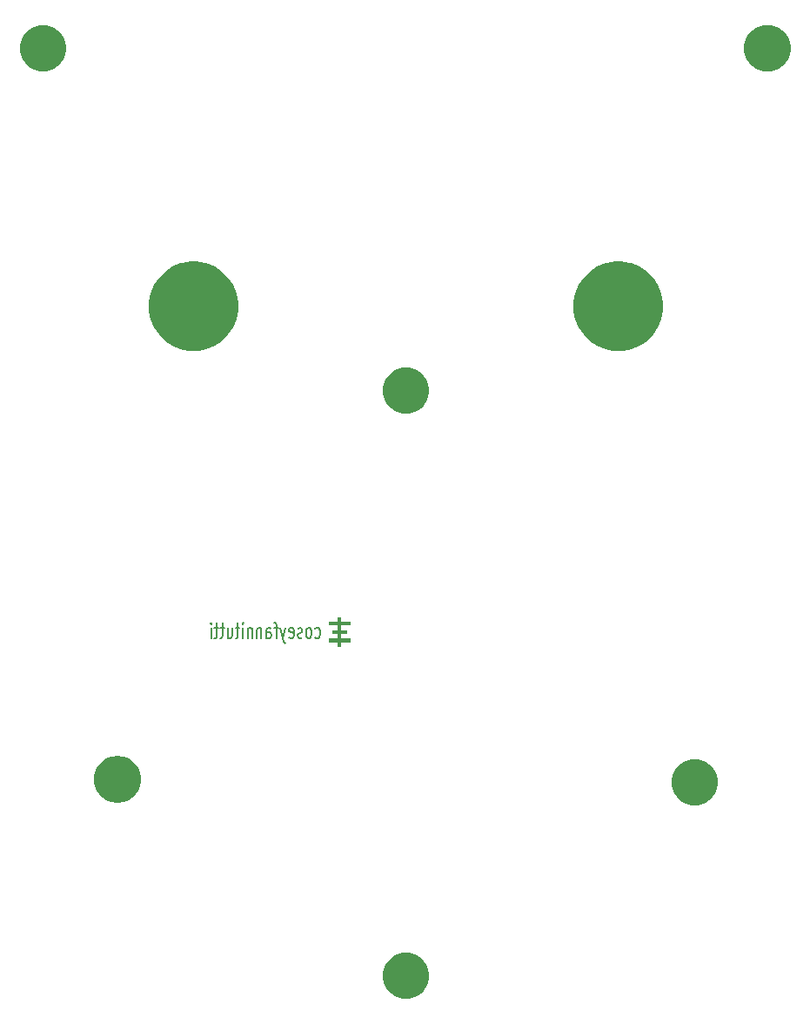
<source format=gbr>
G04 #@! TF.GenerationSoftware,KiCad,Pcbnew,(5.0.0)*
G04 #@! TF.CreationDate,2019-08-26T00:43:06-04:00*
G04 #@! TF.ProjectId,discipad-bottom-pcb,64697363697061642D626F74746F6D2D,rev?*
G04 #@! TF.SameCoordinates,Original*
G04 #@! TF.FileFunction,Soldermask,Bot*
G04 #@! TF.FilePolarity,Negative*
%FSLAX46Y46*%
G04 Gerber Fmt 4.6, Leading zero omitted, Abs format (unit mm)*
G04 Created by KiCad (PCBNEW (5.0.0)) date 08/26/19 00:43:06*
%MOMM*%
%LPD*%
G01*
G04 APERTURE LIST*
%ADD10C,0.150000*%
%ADD11C,0.010000*%
%ADD12C,0.100000*%
G04 APERTURE END LIST*
D10*
X134998991Y-85767886D02*
X135094229Y-85839315D01*
X135284706Y-85839315D01*
X135379944Y-85767886D01*
X135427563Y-85696458D01*
X135475182Y-85553601D01*
X135475182Y-85125029D01*
X135427563Y-84982172D01*
X135379944Y-84910744D01*
X135284706Y-84839315D01*
X135094229Y-84839315D01*
X134998991Y-84910744D01*
X134427563Y-85839315D02*
X134522801Y-85767886D01*
X134570420Y-85696458D01*
X134618039Y-85553601D01*
X134618039Y-85125029D01*
X134570420Y-84982172D01*
X134522801Y-84910744D01*
X134427563Y-84839315D01*
X134284706Y-84839315D01*
X134189468Y-84910744D01*
X134141849Y-84982172D01*
X134094229Y-85125029D01*
X134094229Y-85553601D01*
X134141849Y-85696458D01*
X134189468Y-85767886D01*
X134284706Y-85839315D01*
X134427563Y-85839315D01*
X133713277Y-85767886D02*
X133618039Y-85839315D01*
X133427563Y-85839315D01*
X133332325Y-85767886D01*
X133284706Y-85625029D01*
X133284706Y-85553601D01*
X133332325Y-85410744D01*
X133427563Y-85339315D01*
X133570420Y-85339315D01*
X133665658Y-85267886D01*
X133713277Y-85125029D01*
X133713277Y-85053601D01*
X133665658Y-84910744D01*
X133570420Y-84839315D01*
X133427563Y-84839315D01*
X133332325Y-84910744D01*
X132475182Y-85767886D02*
X132570420Y-85839315D01*
X132760896Y-85839315D01*
X132856134Y-85767886D01*
X132903753Y-85625029D01*
X132903753Y-85053601D01*
X132856134Y-84910744D01*
X132760896Y-84839315D01*
X132570420Y-84839315D01*
X132475182Y-84910744D01*
X132427563Y-85053601D01*
X132427563Y-85196458D01*
X132903753Y-85339315D01*
X132094229Y-84839315D02*
X131856134Y-85839315D01*
X131618039Y-84839315D02*
X131856134Y-85839315D01*
X131951372Y-86196458D01*
X131998991Y-86267886D01*
X132094229Y-86339315D01*
X131379944Y-84839315D02*
X130998991Y-84839315D01*
X131237087Y-85839315D02*
X131237087Y-84553601D01*
X131189468Y-84410744D01*
X131094229Y-84339315D01*
X130998991Y-84339315D01*
X130237087Y-85839315D02*
X130237087Y-85053601D01*
X130284706Y-84910744D01*
X130379944Y-84839315D01*
X130570420Y-84839315D01*
X130665658Y-84910744D01*
X130237087Y-85767886D02*
X130332325Y-85839315D01*
X130570420Y-85839315D01*
X130665658Y-85767886D01*
X130713277Y-85625029D01*
X130713277Y-85482172D01*
X130665658Y-85339315D01*
X130570420Y-85267886D01*
X130332325Y-85267886D01*
X130237087Y-85196458D01*
X129760896Y-84839315D02*
X129760896Y-85839315D01*
X129760896Y-84982172D02*
X129713277Y-84910744D01*
X129618039Y-84839315D01*
X129475182Y-84839315D01*
X129379944Y-84910744D01*
X129332325Y-85053601D01*
X129332325Y-85839315D01*
X128856134Y-84839315D02*
X128856134Y-85839315D01*
X128856134Y-84982172D02*
X128808515Y-84910744D01*
X128713277Y-84839315D01*
X128570420Y-84839315D01*
X128475182Y-84910744D01*
X128427563Y-85053601D01*
X128427563Y-85839315D01*
X127951372Y-85839315D02*
X127951372Y-84839315D01*
X127951372Y-84339315D02*
X127998991Y-84410744D01*
X127951372Y-84482172D01*
X127903753Y-84410744D01*
X127951372Y-84339315D01*
X127951372Y-84482172D01*
X127618039Y-84839315D02*
X127237087Y-84839315D01*
X127475182Y-84339315D02*
X127475182Y-85625029D01*
X127427563Y-85767886D01*
X127332325Y-85839315D01*
X127237087Y-85839315D01*
X126475182Y-84839315D02*
X126475182Y-85839315D01*
X126903753Y-84839315D02*
X126903753Y-85625029D01*
X126856134Y-85767886D01*
X126760896Y-85839315D01*
X126618039Y-85839315D01*
X126522801Y-85767886D01*
X126475182Y-85696458D01*
X126141849Y-84839315D02*
X125760896Y-84839315D01*
X125998991Y-84339315D02*
X125998991Y-85625029D01*
X125951372Y-85767886D01*
X125856134Y-85839315D01*
X125760896Y-85839315D01*
X125570420Y-84839315D02*
X125189468Y-84839315D01*
X125427563Y-84339315D02*
X125427563Y-85625029D01*
X125379944Y-85767886D01*
X125284706Y-85839315D01*
X125189468Y-85839315D01*
X124856134Y-85839315D02*
X124856134Y-84839315D01*
X124856134Y-84339315D02*
X124903753Y-84410744D01*
X124856134Y-84482172D01*
X124808515Y-84410744D01*
X124856134Y-84339315D01*
X124856134Y-84482172D01*
D11*
G04 #@! TO.C,G\002A\002A\002A*
G36*
X137164225Y-84251046D02*
X136306975Y-84251046D01*
X136306975Y-84536796D01*
X137164225Y-84536796D01*
X137164225Y-85051146D01*
X136624475Y-85051146D01*
X136624475Y-85355946D01*
X137164225Y-85355946D01*
X137164225Y-85882996D01*
X136306975Y-85882996D01*
X136306975Y-86187796D01*
X137164225Y-86187796D01*
X137164225Y-86651346D01*
X137469025Y-86651346D01*
X137469025Y-86194146D01*
X138319925Y-86194146D01*
X138319925Y-85889346D01*
X137469025Y-85889346D01*
X137469025Y-85362296D01*
X138002425Y-85362296D01*
X138002425Y-85057496D01*
X137469025Y-85057496D01*
X137469025Y-84536796D01*
X138319925Y-84536796D01*
X138319925Y-84251046D01*
X137469025Y-84251046D01*
X137469025Y-83806546D01*
X137164225Y-83806546D01*
X137164225Y-84251046D01*
X137164225Y-84251046D01*
G37*
X137164225Y-84251046D02*
X136306975Y-84251046D01*
X136306975Y-84536796D01*
X137164225Y-84536796D01*
X137164225Y-85051146D01*
X136624475Y-85051146D01*
X136624475Y-85355946D01*
X137164225Y-85355946D01*
X137164225Y-85882996D01*
X136306975Y-85882996D01*
X136306975Y-86187796D01*
X137164225Y-86187796D01*
X137164225Y-86651346D01*
X137469025Y-86651346D01*
X137469025Y-86194146D01*
X138319925Y-86194146D01*
X138319925Y-85889346D01*
X137469025Y-85889346D01*
X137469025Y-85362296D01*
X138002425Y-85362296D01*
X138002425Y-85057496D01*
X137469025Y-85057496D01*
X137469025Y-84536796D01*
X138319925Y-84536796D01*
X138319925Y-84251046D01*
X137469025Y-84251046D01*
X137469025Y-83806546D01*
X137164225Y-83806546D01*
X137164225Y-84251046D01*
D12*
G36*
X144142004Y-116452927D02*
X144490152Y-116522177D01*
X144899808Y-116691862D01*
X145268488Y-116938207D01*
X145582025Y-117251744D01*
X145828370Y-117620424D01*
X145998055Y-118030080D01*
X146084559Y-118464969D01*
X146084559Y-118908377D01*
X145998055Y-119343266D01*
X145828370Y-119752922D01*
X145582025Y-120121602D01*
X145268488Y-120435139D01*
X144899808Y-120681484D01*
X144490152Y-120851169D01*
X144142004Y-120920419D01*
X144055265Y-120937673D01*
X143611853Y-120937673D01*
X143525114Y-120920419D01*
X143176966Y-120851169D01*
X142767310Y-120681484D01*
X142398630Y-120435139D01*
X142085093Y-120121602D01*
X141838748Y-119752922D01*
X141669063Y-119343266D01*
X141582559Y-118908377D01*
X141582559Y-118464969D01*
X141669063Y-118030080D01*
X141838748Y-117620424D01*
X142085093Y-117251744D01*
X142398630Y-116938207D01*
X142767310Y-116691862D01*
X143176966Y-116522177D01*
X143525114Y-116452927D01*
X143611853Y-116435673D01*
X144055265Y-116435673D01*
X144142004Y-116452927D01*
X144142004Y-116452927D01*
G37*
G36*
X172223020Y-97607940D02*
X172571168Y-97677190D01*
X172980824Y-97846875D01*
X173349504Y-98093220D01*
X173663041Y-98406757D01*
X173909386Y-98775437D01*
X174079071Y-99185093D01*
X174165575Y-99619982D01*
X174165575Y-100063390D01*
X174079071Y-100498279D01*
X173909386Y-100907935D01*
X173663041Y-101276615D01*
X173349504Y-101590152D01*
X172980824Y-101836497D01*
X172571168Y-102006182D01*
X172223020Y-102075432D01*
X172136281Y-102092686D01*
X171692869Y-102092686D01*
X171606130Y-102075432D01*
X171257982Y-102006182D01*
X170848326Y-101836497D01*
X170479646Y-101590152D01*
X170166109Y-101276615D01*
X169919764Y-100907935D01*
X169750079Y-100498279D01*
X169663575Y-100063390D01*
X169663575Y-99619982D01*
X169750079Y-99185093D01*
X169919764Y-98775437D01*
X170166109Y-98406757D01*
X170479646Y-98093220D01*
X170848326Y-97846875D01*
X171257982Y-97677190D01*
X171606130Y-97607940D01*
X171692869Y-97590686D01*
X172136281Y-97590686D01*
X172223020Y-97607940D01*
X172223020Y-97607940D01*
G37*
G36*
X116060988Y-97332939D02*
X116409136Y-97402189D01*
X116818792Y-97571874D01*
X117187472Y-97818219D01*
X117501009Y-98131756D01*
X117747354Y-98500436D01*
X117917039Y-98910092D01*
X118003543Y-99344981D01*
X118003543Y-99788389D01*
X117917039Y-100223278D01*
X117747354Y-100632934D01*
X117501009Y-101001614D01*
X117187472Y-101315151D01*
X116818792Y-101561496D01*
X116409136Y-101731181D01*
X116060988Y-101800431D01*
X115974249Y-101817685D01*
X115530837Y-101817685D01*
X115444098Y-101800431D01*
X115095950Y-101731181D01*
X114686294Y-101561496D01*
X114317614Y-101315151D01*
X114004077Y-101001614D01*
X113757732Y-100632934D01*
X113588047Y-100223278D01*
X113501543Y-99788389D01*
X113501543Y-99344981D01*
X113588047Y-98910092D01*
X113757732Y-98500436D01*
X114004077Y-98131756D01*
X114317614Y-97818219D01*
X114686294Y-97571874D01*
X115095950Y-97402189D01*
X115444098Y-97332939D01*
X115530837Y-97315685D01*
X115974249Y-97315685D01*
X116060988Y-97332939D01*
X116060988Y-97332939D01*
G37*
G36*
X144142004Y-59550515D02*
X144490152Y-59619765D01*
X144899808Y-59789450D01*
X145268488Y-60035795D01*
X145582025Y-60349332D01*
X145828370Y-60718012D01*
X145998055Y-61127668D01*
X146084559Y-61562557D01*
X146084559Y-62005965D01*
X145998055Y-62440854D01*
X145828370Y-62850510D01*
X145582025Y-63219190D01*
X145268488Y-63532727D01*
X144899808Y-63779072D01*
X144490152Y-63948757D01*
X144142004Y-64018007D01*
X144055265Y-64035261D01*
X143611853Y-64035261D01*
X143525114Y-64018007D01*
X143176966Y-63948757D01*
X142767310Y-63779072D01*
X142398630Y-63532727D01*
X142085093Y-63219190D01*
X141838748Y-62850510D01*
X141669063Y-62440854D01*
X141582559Y-62005965D01*
X141582559Y-61562557D01*
X141669063Y-61127668D01*
X141838748Y-60718012D01*
X142085093Y-60349332D01*
X142398630Y-60035795D01*
X142767310Y-59789450D01*
X143176966Y-59619765D01*
X143525114Y-59550515D01*
X143611853Y-59533261D01*
X144055265Y-59533261D01*
X144142004Y-59550515D01*
X144142004Y-59550515D01*
G37*
G36*
X165056509Y-49234234D02*
X165777493Y-49377646D01*
X166569325Y-49705633D01*
X167281954Y-50181797D01*
X167887996Y-50787839D01*
X168364160Y-51500468D01*
X168692147Y-52292300D01*
X168859353Y-53132904D01*
X168859353Y-53989976D01*
X168692147Y-54830580D01*
X168364160Y-55622412D01*
X167887996Y-56335041D01*
X167281954Y-56941083D01*
X166569325Y-57417247D01*
X165777493Y-57745234D01*
X165056509Y-57888646D01*
X164936890Y-57912440D01*
X164079816Y-57912440D01*
X163960197Y-57888646D01*
X163239213Y-57745234D01*
X162447381Y-57417247D01*
X161734752Y-56941083D01*
X161128710Y-56335041D01*
X160652546Y-55622412D01*
X160324559Y-54830580D01*
X160157353Y-53989976D01*
X160157353Y-53132904D01*
X160324559Y-52292300D01*
X160652546Y-51500468D01*
X161128710Y-50787839D01*
X161734752Y-50181797D01*
X162447381Y-49705633D01*
X163239213Y-49377646D01*
X163960197Y-49234234D01*
X164079816Y-49210440D01*
X164936890Y-49210440D01*
X165056509Y-49234234D01*
X165056509Y-49234234D01*
G37*
G36*
X123706921Y-49234234D02*
X124427905Y-49377646D01*
X125219737Y-49705633D01*
X125932366Y-50181797D01*
X126538408Y-50787839D01*
X127014572Y-51500468D01*
X127342559Y-52292300D01*
X127509765Y-53132904D01*
X127509765Y-53989976D01*
X127342559Y-54830580D01*
X127014572Y-55622412D01*
X126538408Y-56335041D01*
X125932366Y-56941083D01*
X125219737Y-57417247D01*
X124427905Y-57745234D01*
X123706921Y-57888646D01*
X123587302Y-57912440D01*
X122730228Y-57912440D01*
X122610609Y-57888646D01*
X121889625Y-57745234D01*
X121097793Y-57417247D01*
X120385164Y-56941083D01*
X119779122Y-56335041D01*
X119302958Y-55622412D01*
X118974971Y-54830580D01*
X118807765Y-53989976D01*
X118807765Y-53132904D01*
X118974971Y-52292300D01*
X119302958Y-51500468D01*
X119779122Y-50787839D01*
X120385164Y-50181797D01*
X121097793Y-49705633D01*
X121889625Y-49377646D01*
X122610609Y-49234234D01*
X122730228Y-49210440D01*
X123587302Y-49210440D01*
X123706921Y-49234234D01*
X123706921Y-49234234D01*
G37*
G36*
X179309575Y-26242027D02*
X179657723Y-26311277D01*
X180067379Y-26480962D01*
X180436059Y-26727307D01*
X180749596Y-27040844D01*
X180995941Y-27409524D01*
X181165626Y-27819180D01*
X181252130Y-28254069D01*
X181252130Y-28697477D01*
X181165626Y-29132366D01*
X180995941Y-29542022D01*
X180749596Y-29910702D01*
X180436059Y-30224239D01*
X180067379Y-30470584D01*
X179657723Y-30640269D01*
X179309575Y-30709519D01*
X179222836Y-30726773D01*
X178779424Y-30726773D01*
X178692685Y-30709519D01*
X178344537Y-30640269D01*
X177934881Y-30470584D01*
X177566201Y-30224239D01*
X177252664Y-29910702D01*
X177006319Y-29542022D01*
X176836634Y-29132366D01*
X176750130Y-28697477D01*
X176750130Y-28254069D01*
X176836634Y-27819180D01*
X177006319Y-27409524D01*
X177252664Y-27040844D01*
X177566201Y-26727307D01*
X177934881Y-26480962D01*
X178344537Y-26311277D01*
X178692685Y-26242027D01*
X178779424Y-26224773D01*
X179222836Y-26224773D01*
X179309575Y-26242027D01*
X179309575Y-26242027D01*
G37*
G36*
X108811476Y-26242027D02*
X109159624Y-26311277D01*
X109569280Y-26480962D01*
X109937960Y-26727307D01*
X110251497Y-27040844D01*
X110497842Y-27409524D01*
X110667527Y-27819180D01*
X110754031Y-28254069D01*
X110754031Y-28697477D01*
X110667527Y-29132366D01*
X110497842Y-29542022D01*
X110251497Y-29910702D01*
X109937960Y-30224239D01*
X109569280Y-30470584D01*
X109159624Y-30640269D01*
X108811476Y-30709519D01*
X108724737Y-30726773D01*
X108281325Y-30726773D01*
X108194586Y-30709519D01*
X107846438Y-30640269D01*
X107436782Y-30470584D01*
X107068102Y-30224239D01*
X106754565Y-29910702D01*
X106508220Y-29542022D01*
X106338535Y-29132366D01*
X106252031Y-28697477D01*
X106252031Y-28254069D01*
X106338535Y-27819180D01*
X106508220Y-27409524D01*
X106754565Y-27040844D01*
X107068102Y-26727307D01*
X107436782Y-26480962D01*
X107846438Y-26311277D01*
X108194586Y-26242027D01*
X108281325Y-26224773D01*
X108724737Y-26224773D01*
X108811476Y-26242027D01*
X108811476Y-26242027D01*
G37*
M02*

</source>
